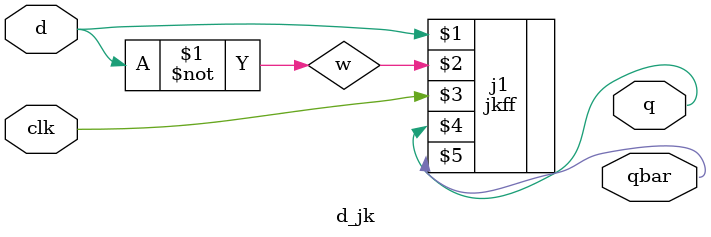
<source format=v>
`include "jkff.v"
module d_jk(d,q,qbar,clk);

input d,clk;
output q,qbar;

wire w;

not(w,d);

jkff j1(d,w,clk,q,qbar);

endmodule
</source>
